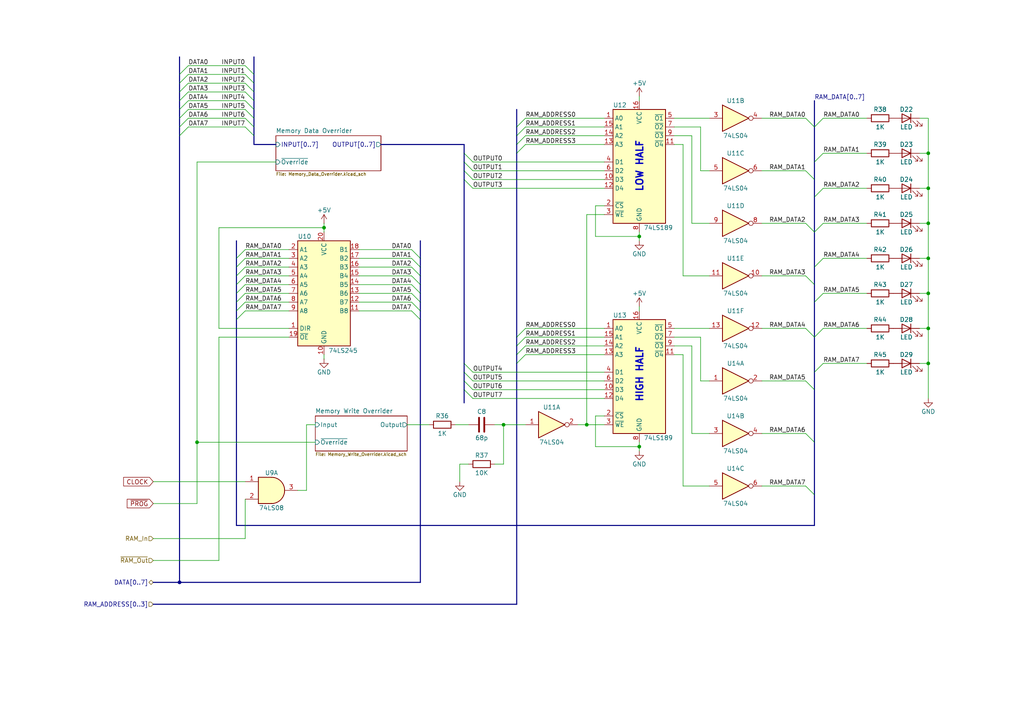
<source format=kicad_sch>
(kicad_sch (version 20231120) (generator "eeschema") (generator_version "8.0")
  (paper "A4")
  (title_block (title "8-Bit Computer - RAM Module") (date "2024-03-10") (rev "1") (comment 1 "Creator: Matan Brightbert"))
  (lib_symbols
    (symbol "74xx:74LS04"
      (property "Reference" "U" (at 0 1.27 0))
      (property "Value" "74LS04" (at 0 -1.27 0))
      (symbol "74LS04_1_0"
        (polyline (pts (xy -3.81 3.81) (xy -3.81 -3.81) (xy 3.81 0) (xy -3.81 3.81)) (stroke (width 0.254)) (fill (type background)))
        (pin input line (at -7.62 0 0) (length 3.81) (name "~") (number "1"))
        (pin output inverted (at 7.62 0 180) (length 3.81) (name "~") (number "2"))
      )
      (symbol "74LS04_2_0"
        (polyline (pts (xy -3.81 3.81) (xy -3.81 -3.81) (xy 3.81 0) (xy -3.81 3.81)) (stroke (width 0.254)) (fill (type background)))
        (pin input line (at -7.62 0 0) (length 3.81) (name "~") (number "3"))
        (pin output inverted (at 7.62 0 180) (length 3.81) (name "~") (number "4"))
      )
      (symbol "74LS04_3_0"
        (polyline (pts (xy -3.81 3.81) (xy -3.81 -3.81) (xy 3.81 0) (xy -3.81 3.81)) (stroke (width 0.254)) (fill (type background)))
        (pin input line (at -7.62 0 0) (length 3.81) (name "~") (number "5"))
        (pin output inverted (at 7.62 0 180) (length 3.81) (name "~") (number "6"))
      )
      (symbol "74LS04_4_0"
        (polyline (pts (xy -3.81 3.81) (xy -3.81 -3.81) (xy 3.81 0) (xy -3.81 3.81)) (stroke (width 0.254)) (fill (type background)))
        (pin output inverted (at 7.62 0 180) (length 3.81) (name "~") (number "8"))
        (pin input line (at -7.62 0 0) (length 3.81) (name "~") (number "9"))
      )
      (symbol "74LS04_5_0"
        (polyline (pts (xy -3.81 3.81) (xy -3.81 -3.81) (xy 3.81 0) (xy -3.81 3.81)) (stroke (width 0.254)) (fill (type background)))
        (pin output inverted (at 7.62 0 180) (length 3.81) (name "~") (number "10"))
        (pin input line (at -7.62 0 0) (length 3.81) (name "~") (number "11"))
      )
      (symbol "74LS04_6_0"
        (polyline (pts (xy -3.81 3.81) (xy -3.81 -3.81) (xy 3.81 0) (xy -3.81 3.81)) (stroke (width 0.254)) (fill (type background)))
        (pin output inverted (at 7.62 0 180) (length 3.81) (name "~") (number "12"))
        (pin input line (at -7.62 0 0) (length 3.81) (name "~") (number "13"))
      )
      (symbol "74LS04_7_0"
        (pin power_in line (at 0 12.7 270) (length 5.08) (name "VCC") (number "14"))
        (pin power_in line (at 0 -12.7 90) (length 5.08) (name "GND") (number "7"))
      )
      (symbol "74LS04_7_1"
        (rectangle (start -5.08 7.62) (end 5.08 -7.62) (stroke (width 0.254)) (fill (type background)))
      )
    )
    (symbol "74xx:74LS08" (pin_names (offset 1.016))
      (property "Reference" "U" (at 0 1.27 0))
      (property "Value" "74LS08" (at 0 -1.27 0))
      (symbol "74LS08_1_1"
        (arc (start 0 -3.81) (mid 3.7934 0) (end 0 3.81) (stroke (width 0.254)) (fill (type background)))
        (polyline (pts (xy 0 3.81) (xy -3.81 3.81) (xy -3.81 -3.81) (xy 0 -3.81)) (stroke (width 0.254)) (fill (type background)))
        (pin input line (at -7.62 2.54 0) (length 3.81) (name "~") (number "1"))
        (pin input line (at -7.62 -2.54 0) (length 3.81) (name "~") (number "2"))
        (pin output line (at 7.62 0 180) (length 3.81) (name "~") (number "3"))
      )
      (symbol "74LS08_1_2"
        (arc (start -3.81 -3.81) (mid -2.589 0) (end -3.81 3.81) (stroke (width 0.254)))
        (arc (start -0.6096 -3.81) (mid 2.1842 -2.5851) (end 3.81 0) (stroke (width 0.254)) (fill (type background)))
        (polyline (pts (xy -3.81 -3.81) (xy -0.635 -3.81)) (stroke (width 0.254)) (fill (type background)))
        (polyline (pts (xy -3.81 3.81) (xy -0.635 3.81)) (stroke (width 0.254)) (fill (type background)))
        (polyline (pts (xy -0.635 3.81) (xy -3.81 3.81) (xy -3.81 3.81) (xy -3.556 3.4036) (xy -3.0226 2.2606) (xy -2.6924 1.0414) (xy -2.6162 -0.254) (xy -2.7686 -1.4986) (xy -3.175 -2.7178) (xy -3.81 -3.81) (xy -3.81 -3.81) (xy -0.635 -3.81)) (stroke (width -25.4)) (fill (type background)))
        (arc (start 3.81 0) (mid 2.1915 2.5936) (end -0.6096 3.81) (stroke (width 0.254)) (fill (type background)))
        (pin input inverted (at -7.62 2.54 0) (length 4.318) (name "~") (number "1"))
        (pin input inverted (at -7.62 -2.54 0) (length 4.318) (name "~") (number "2"))
        (pin output inverted (at 7.62 0 180) (length 3.81) (name "~") (number "3"))
      )
      (symbol "74LS08_2_1"
        (arc (start 0 -3.81) (mid 3.7934 0) (end 0 3.81) (stroke (width 0.254)) (fill (type background)))
        (polyline (pts (xy 0 3.81) (xy -3.81 3.81) (xy -3.81 -3.81) (xy 0 -3.81)) (stroke (width 0.254)) (fill (type background)))
        (pin input line (at -7.62 2.54 0) (length 3.81) (name "~") (number "4"))
        (pin input line (at -7.62 -2.54 0) (length 3.81) (name "~") (number "5"))
        (pin output line (at 7.62 0 180) (length 3.81) (name "~") (number "6"))
      )
      (symbol "74LS08_2_2"
        (arc (start -3.81 -3.81) (mid -2.589 0) (end -3.81 3.81) (stroke (width 0.254)))
        (arc (start -0.6096 -3.81) (mid 2.1842 -2.5851) (end 3.81 0) (stroke (width 0.254)) (fill (type background)))
        (polyline (pts (xy -3.81 -3.81) (xy -0.635 -3.81)) (stroke (width 0.254)) (fill (type background)))
        (polyline (pts (xy -3.81 3.81) (xy -0.635 3.81)) (stroke (width 0.254)) (fill (type background)))
        (polyline (pts (xy -0.635 3.81) (xy -3.81 3.81) (xy -3.81 3.81) (xy -3.556 3.4036) (xy -3.0226 2.2606) (xy -2.6924 1.0414) (xy -2.6162 -0.254) (xy -2.7686 -1.4986) (xy -3.175 -2.7178) (xy -3.81 -3.81) (xy -3.81 -3.81) (xy -0.635 -3.81)) (stroke (width -25.4)) (fill (type background)))
        (arc (start 3.81 0) (mid 2.1915 2.5936) (end -0.6096 3.81) (stroke (width 0.254)) (fill (type background)))
        (pin input inverted (at -7.62 2.54 0) (length 4.318) (name "~") (number "4"))
        (pin input inverted (at -7.62 -2.54 0) (length 4.318) (name "~") (number "5"))
        (pin output inverted (at 7.62 0 180) (length 3.81) (name "~") (number "6"))
      )
      (symbol "74LS08_3_1"
        (arc (start 0 -3.81) (mid 3.7934 0) (end 0 3.81) (stroke (width 0.254)) (fill (type background)))
        (polyline (pts (xy 0 3.81) (xy -3.81 3.81) (xy -3.81 -3.81) (xy 0 -3.81)) (stroke (width 0.254)) (fill (type background)))
        (pin input line (at -7.62 -2.54 0) (length 3.81) (name "~") (number "10"))
        (pin output line (at 7.62 0 180) (length 3.81) (name "~") (number "8"))
        (pin input line (at -7.62 2.54 0) (length 3.81) (name "~") (number "9"))
      )
      (symbol "74LS08_3_2"
        (arc (start -3.81 -3.81) (mid -2.589 0) (end -3.81 3.81) (stroke (width 0.254)))
        (arc (start -0.6096 -3.81) (mid 2.1842 -2.5851) (end 3.81 0) (stroke (width 0.254)) (fill (type background)))
        (polyline (pts (xy -3.81 -3.81) (xy -0.635 -3.81)) (stroke (width 0.254)) (fill (type background)))
        (polyline (pts (xy -3.81 3.81) (xy -0.635 3.81)) (stroke (width 0.254)) (fill (type background)))
        (polyline (pts (xy -0.635 3.81) (xy -3.81 3.81) (xy -3.81 3.81) (xy -3.556 3.4036) (xy -3.0226 2.2606) (xy -2.6924 1.0414) (xy -2.6162 -0.254) (xy -2.7686 -1.4986) (xy -3.175 -2.7178) (xy -3.81 -3.81) (xy -3.81 -3.81) (xy -0.635 -3.81)) (stroke (width -25.4)) (fill (type background)))
        (arc (start 3.81 0) (mid 2.1915 2.5936) (end -0.6096 3.81) (stroke (width 0.254)) (fill (type background)))
        (pin input inverted (at -7.62 -2.54 0) (length 4.318) (name "~") (number "10"))
        (pin output inverted (at 7.62 0 180) (length 3.81) (name "~") (number "8"))
        (pin input inverted (at -7.62 2.54 0) (length 4.318) (name "~") (number "9"))
      )
      (symbol "74LS08_4_1"
        (arc (start 0 -3.81) (mid 3.7934 0) (end 0 3.81) (stroke (width 0.254)) (fill (type background)))
        (polyline (pts (xy 0 3.81) (xy -3.81 3.81) (xy -3.81 -3.81) (xy 0 -3.81)) (stroke (width 0.254)) (fill (type background)))
        (pin output line (at 7.62 0 180) (length 3.81) (name "~") (number "11"))
        (pin input line (at -7.62 2.54 0) (length 3.81) (name "~") (number "12"))
        (pin input line (at -7.62 -2.54 0) (length 3.81) (name "~") (number "13"))
      )
      (symbol "74LS08_4_2"
        (arc (start -3.81 -3.81) (mid -2.589 0) (end -3.81 3.81) (stroke (width 0.254)))
        (arc (start -0.6096 -3.81) (mid 2.1842 -2.5851) (end 3.81 0) (stroke (width 0.254)) (fill (type background)))
        (polyline (pts (xy -3.81 -3.81) (xy -0.635 -3.81)) (stroke (width 0.254)) (fill (type background)))
        (polyline (pts (xy -3.81 3.81) (xy -0.635 3.81)) (stroke (width 0.254)) (fill (type background)))
        (polyline (pts (xy -0.635 3.81) (xy -3.81 3.81) (xy -3.81 3.81) (xy -3.556 3.4036) (xy -3.0226 2.2606) (xy -2.6924 1.0414) (xy -2.6162 -0.254) (xy -2.7686 -1.4986) (xy -3.175 -2.7178) (xy -3.81 -3.81) (xy -3.81 -3.81) (xy -0.635 -3.81)) (stroke (width -25.4)) (fill (type background)))
        (arc (start 3.81 0) (mid 2.1915 2.5936) (end -0.6096 3.81) (stroke (width 0.254)) (fill (type background)))
        (pin output inverted (at 7.62 0 180) (length 3.81) (name "~") (number "11"))
        (pin input inverted (at -7.62 2.54 0) (length 4.318) (name "~") (number "12"))
        (pin input inverted (at -7.62 -2.54 0) (length 4.318) (name "~") (number "13"))
      )
      (symbol "74LS08_5_0"
        (pin power_in line (at 0 12.7 270) (length 5.08) (name "VCC") (number "14"))
        (pin power_in line (at 0 -12.7 90) (length 5.08) (name "GND") (number "7"))
      )
      (symbol "74LS08_5_1"
        (rectangle (start -5.08 7.62) (end 5.08 -7.62) (stroke (width 0.254)) (fill (type background)))
      )
    )
    (symbol "Custom:74LS189"
      (property "Reference" "U" (at -7.62 17.78 0))
      (property "Value" "74LS189" (at 1.27 -17.78 0))
      (symbol "74LS189_0_1"
        (rectangle (start -7.62 16.51) (end 7.62 -16.51) (stroke (width 0.254)) (fill (type background)))
      )
      (symbol "74LS189_1_1"
        (pin input line (at -10.16 13.97 0) (length 2.54) (name "A0") (number "1"))
        (pin input line (at -10.16 -3.81 0) (length 2.54) (name "D3") (number "10"))
        (pin tri_state line (at 10.16 6.35 180) (length 2.54) (name "~{O4}") (number "11"))
        (pin input line (at -10.16 -6.35 0) (length 2.54) (name "D4") (number "12"))
        (pin input line (at -10.16 6.35 0) (length 2.54) (name "A3") (number "13"))
        (pin input line (at -10.16 8.89 0) (length 2.54) (name "A2") (number "14"))
        (pin input line (at -10.16 11.43 0) (length 2.54) (name "A1") (number "15"))
        (pin power_in line (at 0 19.05 270) (length 2.54) (name "VCC") (number "16"))
        (pin input line (at -10.16 -11.43 0) (length 2.54) (name "~{CS}") (number "2"))
        (pin input line (at -10.16 -13.97 0) (length 2.54) (name "~{WE}") (number "3"))
        (pin input line (at -10.16 1.27 0) (length 2.54) (name "D1") (number "4"))
        (pin tri_state line (at 10.16 13.97 180) (length 2.54) (name "~{O1}") (number "5"))
        (pin input line (at -10.16 -1.27 0) (length 2.54) (name "D2") (number "6"))
        (pin tri_state line (at 10.16 11.43 180) (length 2.54) (name "~{O2}") (number "7"))
        (pin power_in line (at 0 -19.05 90) (length 2.54) (name "GND") (number "8"))
        (pin tri_state line (at 10.16 8.89 180) (length 2.54) (name "~{O3}") (number "9"))
      )
    )
    (symbol "Custom:74LS245"
      (property "Reference" "U" (at -7.62 16.51 0))
      (property "Value" "74LS245" (at 1.27 -16.51 0))
      (symbol "74LS245_0_1"
        (rectangle (start -7.62 15.24) (end 7.62 -15.24) (stroke (width 0.254)) (fill (type background)))
      )
      (symbol "74LS245_1_1"
        (pin input line (at -10.16 -10.16 0) (length 2.54) (name "DIR") (number "1"))
        (pin power_in line (at 0 -17.78 90) (length 2.54) (name "GND") (number "10"))
        (pin bidirectional line (at 10.16 -5.08 180) (length 2.54) (name "B8") (number "11"))
        (pin bidirectional line (at 10.16 -2.54 180) (length 2.54) (name "B7") (number "12"))
        (pin bidirectional line (at 10.16 0 180) (length 2.54) (name "B6") (number "13"))
        (pin bidirectional line (at 10.16 2.54 180) (length 2.54) (name "B5") (number "14"))
        (pin bidirectional line (at 10.16 5.08 180) (length 2.54) (name "B4") (number "15"))
        (pin bidirectional line (at 10.16 7.62 180) (length 2.54) (name "B3") (number "16"))
        (pin bidirectional line (at 10.16 10.16 180) (length 2.54) (name "B2") (number "17"))
        (pin bidirectional line (at 10.16 12.7 180) (length 2.54) (name "B1") (number "18"))
        (pin input line (at -10.16 -12.7 0) (length 2.54) (name "~{OE}") (number "19"))
        (pin bidirectional line (at -10.16 12.7 0) (length 2.54) (name "A1") (number "2"))
        (pin power_in line (at 0 17.78 270) (length 2.54) (name "VCC") (number "20"))
        (pin bidirectional line (at -10.16 10.16 0) (length 2.54) (name "A2") (number "3"))
        (pin bidirectional line (at -10.16 7.62 0) (length 2.54) (name "A3") (number "4"))
        (pin bidirectional line (at -10.16 5.08 0) (length 2.54) (name "A4") (number "5"))
        (pin bidirectional line (at -10.16 2.54 0) (length 2.54) (name "A5") (number "6"))
        (pin bidirectional line (at -10.16 0 0) (length 2.54) (name "A6") (number "7"))
        (pin bidirectional line (at -10.16 -2.54 0) (length 2.54) (name "A7") (number "8"))
        (pin bidirectional line (at -10.16 -5.08 0) (length 2.54) (name "A8") (number "9"))
      )
    )
    (symbol "Device:C" (pin_numbers hide) (pin_names (offset 0.254))
      (property "Reference" "C" (at 0.635 2.54 0))
      (property "Value" "C" (at 0.635 -2.54 0))
      (symbol "C_0_1"
        (polyline (pts (xy -2.032 -0.762) (xy 2.032 -0.762)) (stroke (width 0.508)))
        (polyline (pts (xy -2.032 0.762) (xy 2.032 0.762)) (stroke (width 0.508)))
      )
      (symbol "C_1_1"
        (pin passive line (at 0 3.81 270) (length 2.794) (name "~") (number "1"))
        (pin passive line (at 0 -3.81 90) (length 2.794) (name "~") (number "2"))
      )
    )
    (symbol "Device:LED" (pin_numbers hide) (pin_names (offset 1.016) hide)
      (property "Reference" "D" (at 0 2.54 0))
      (property "Value" "LED" (at 0 -2.54 0))
      (symbol "LED_0_1"
        (polyline (pts (xy -1.27 -1.27) (xy -1.27 1.27)) (stroke (width 0.254)))
        (polyline (pts (xy -1.27 0) (xy 1.27 0)))
        (polyline (pts (xy 1.27 -1.27) (xy 1.27 1.27) (xy -1.27 0) (xy 1.27 -1.27)) (stroke (width 0.254)))
        (polyline (pts (xy -3.048 -0.762) (xy -4.572 -2.286) (xy -3.81 -2.286) (xy -4.572 -2.286) (xy -4.572 -1.524)))
        (polyline (pts (xy -1.778 -0.762) (xy -3.302 -2.286) (xy -2.54 -2.286) (xy -3.302 -2.286) (xy -3.302 -1.524)))
      )
      (symbol "LED_1_1"
        (pin passive line (at -3.81 0 0) (length 2.54) (name "K") (number "1"))
        (pin passive line (at 3.81 0 180) (length 2.54) (name "A") (number "2"))
      )
    )
    (symbol "Device:R" (pin_numbers hide) (pin_names (offset 0))
      (property "Reference" "R" (at 2.032 0 90))
      (property "Value" "R" (at 0 0 90))
      (symbol "R_0_1"
        (rectangle (start -1.016 -2.54) (end 1.016 2.54) (stroke (width 0.254)))
      )
      (symbol "R_1_1"
        (pin passive line (at 0 3.81 270) (length 1.27) (name "~") (number "1"))
        (pin passive line (at 0 -3.81 90) (length 1.27) (name "~") (number "2"))
      )
    )
    (symbol "power:+5V" (power) (pin_numbers hide) (pin_names (offset 0) hide)
      (property "Value" "+5V" (at 0 3.556 0))
      (symbol "+5V_0_1"
        (polyline (pts (xy -0.762 1.27) (xy 0 2.54)))
        (polyline (pts (xy 0 0) (xy 0 2.54)))
        (polyline (pts (xy 0 2.54) (xy 0.762 1.27)))
      )
      (symbol "+5V_1_1"
        (pin power_in line (at 0 0 90) (length 0) (name "~") (number "1"))
      )
    )
    (symbol "power:GND" (power) (pin_numbers hide) (pin_names (offset 0) hide)
      (property "Value" "GND" (at 0 -3.81 0))
      (symbol "GND_0_1"
        (polyline (pts (xy 0 0) (xy 0 -1.27) (xy 1.27 -1.27) (xy 0 -2.54) (xy -1.27 -1.27) (xy 0 -1.27)))
      )
      (symbol "GND_1_1"
        (pin power_in line (at 0 0 270) (length 0) (name "~") (number "1"))
      )
    )
  )
  (junction (at 52.07 168.91))
  (junction (at 269.24 44.45))
  (junction (at 57.15 128.27))
  (junction (at 269.24 95.25))
  (junction (at 269.24 85.09))
  (junction (at 93.98 66.04))
  (junction (at 269.24 105.41))
  (junction (at 269.24 54.61))
  (junction (at 269.24 64.77))
  (junction (at 185.42 68.58))
  (junction (at 170.18 123.19))
  (junction (at 146.05 123.19))
  (junction (at 185.42 129.54))
  (junction (at 269.24 74.93))
  (bus_entry (at 119.38 74.93) (size 2.54 2.54))
  (bus_entry (at 54.61 26.67) (size -2.54 2.54))
  (bus_entry (at 71.12 82.55) (size -2.54 2.54))
  (bus_entry (at 71.12 26.67) (size 2.54 2.54))
  (bus_entry (at 152.4 100.33) (size -2.54 2.54))
  (bus_entry (at 233.68 125.73) (size 2.54 2.54))
  (bus_entry (at 152.4 34.29) (size -2.54 2.54))
  (bus_entry (at 71.12 19.05) (size 2.54 2.54))
  (bus_entry (at 238.76 74.93) (size -2.54 2.54))
  (bus_entry (at 71.12 90.17) (size -2.54 2.54))
  (bus_entry (at 233.68 95.25) (size 2.54 2.54))
  (bus_entry (at 71.12 87.63) (size -2.54 2.54))
  (bus_entry (at 233.68 80.01) (size 2.54 2.54))
  (bus_entry (at 54.61 29.21) (size -2.54 2.54))
  (bus_entry (at 54.61 21.59) (size -2.54 2.54))
  (bus_entry (at 134.62 105.41) (size 2.54 2.54))
  (bus_entry (at 152.4 102.87) (size -2.54 2.54))
  (bus_entry (at 119.38 90.17) (size 2.54 2.54))
  (bus_entry (at 152.4 95.25) (size -2.54 2.54))
  (bus_entry (at 152.4 36.83) (size -2.54 2.54))
  (bus_entry (at 119.38 85.09) (size 2.54 2.54))
  (bus_entry (at 71.12 34.29) (size 2.54 2.54))
  (bus_entry (at 134.62 49.53) (size 2.54 2.54))
  (bus_entry (at 134.62 113.03) (size 2.54 2.54))
  (bus_entry (at 71.12 72.39) (size -2.54 2.54))
  (bus_entry (at 233.68 64.77) (size 2.54 2.54))
  (bus_entry (at 238.76 64.77) (size -2.54 2.54))
  (bus_entry (at 238.76 54.61) (size -2.54 2.54))
  (bus_entry (at 233.68 49.53) (size 2.54 2.54))
  (bus_entry (at 71.12 24.13) (size 2.54 2.54))
  (bus_entry (at 134.62 46.99) (size 2.54 2.54))
  (bus_entry (at 233.68 110.49) (size 2.54 2.54))
  (bus_entry (at 71.12 31.75) (size 2.54 2.54))
  (bus_entry (at 71.12 85.09) (size -2.54 2.54))
  (bus_entry (at 54.61 34.29) (size -2.54 2.54))
  (bus_entry (at 71.12 29.21) (size 2.54 2.54))
  (bus_entry (at 238.76 34.29) (size -2.54 2.54))
  (bus_entry (at 152.4 41.91) (size -2.54 2.54))
  (bus_entry (at 134.62 52.07) (size 2.54 2.54))
  (bus_entry (at 152.4 97.79) (size -2.54 2.54))
  (bus_entry (at 119.38 77.47) (size 2.54 2.54))
  (bus_entry (at 71.12 74.93) (size -2.54 2.54))
  (bus_entry (at 119.38 82.55) (size 2.54 2.54))
  (bus_entry (at 238.76 85.09) (size -2.54 2.54))
  (bus_entry (at 134.62 110.49) (size 2.54 2.54))
  (bus_entry (at 71.12 36.83) (size 2.54 2.54))
  (bus_entry (at 134.62 107.95) (size 2.54 2.54))
  (bus_entry (at 119.38 72.39) (size 2.54 2.54))
  (bus_entry (at 119.38 87.63) (size 2.54 2.54))
  (bus_entry (at 71.12 80.01) (size -2.54 2.54))
  (bus_entry (at 238.76 95.25) (size -2.54 2.54))
  (bus_entry (at 134.62 44.45) (size 2.54 2.54))
  (bus_entry (at 119.38 80.01) (size 2.54 2.54))
  (bus_entry (at 71.12 77.47) (size -2.54 2.54))
  (bus_entry (at 152.4 39.37) (size -2.54 2.54))
  (bus_entry (at 233.68 140.97) (size 2.54 2.54))
  (bus_entry (at 54.61 24.13) (size -2.54 2.54))
  (bus_entry (at 238.76 44.45) (size -2.54 2.54))
  (bus_entry (at 238.76 105.41) (size -2.54 2.54))
  (bus_entry (at 233.68 34.29) (size 2.54 2.54))
  (bus_entry (at 54.61 36.83) (size -2.54 2.54))
  (bus_entry (at 71.12 21.59) (size 2.54 2.54))
  (bus_entry (at 54.61 19.05) (size -2.54 2.54))
  (bus_entry (at 54.61 31.75) (size -2.54 2.54))
  (bus (pts (xy 52.07 24.13) (xy 52.07 26.67)))
  (wire (pts (xy 175.26 62.23) (xy 170.18 62.23)))
  (wire (pts (xy 220.98 95.25) (xy 233.68 95.25)))
  (wire (pts (xy 83.82 97.79) (xy 63.5 97.79)))
  (wire (pts (xy 54.61 26.67) (xy 71.12 26.67)))
  (bus (pts (xy 236.22 97.79) (xy 236.22 107.95)))
  (wire (pts (xy 251.46 64.77) (xy 238.76 64.77)))
  (bus (pts (xy 149.86 41.91) (xy 149.86 44.45)))
  (wire (pts (xy 251.46 74.93) (xy 238.76 74.93)))
  (wire (pts (xy 146.05 123.19) (xy 146.05 134.62)))
  (wire (pts (xy 203.2 49.53) (xy 205.74 49.53)))
  (bus (pts (xy 68.58 82.55) (xy 68.58 85.09)))
  (bus (pts (xy 52.07 29.21) (xy 52.07 31.75)))
  (wire (pts (xy 251.46 105.41) (xy 238.76 105.41)))
  (wire (pts (xy 152.4 34.29) (xy 175.26 34.29)))
  (wire (pts (xy 93.98 104.14) (xy 93.98 102.87)))
  (wire (pts (xy 104.14 72.39) (xy 119.38 72.39)))
  (wire (pts (xy 200.66 39.37) (xy 200.66 64.77)))
  (wire (pts (xy 44.45 146.05) (xy 57.15 146.05)))
  (bus (pts (xy 73.66 41.91) (xy 80.01 41.91)))
  (wire (pts (xy 172.72 120.65) (xy 172.72 129.54)))
  (wire (pts (xy 152.4 39.37) (xy 175.26 39.37)))
  (wire (pts (xy 269.24 105.41) (xy 269.24 115.57)))
  (wire (pts (xy 251.46 85.09) (xy 238.76 85.09)))
  (wire (pts (xy 54.61 24.13) (xy 71.12 24.13)))
  (bus (pts (xy 68.58 87.63) (xy 68.58 90.17)))
  (wire (pts (xy 200.66 64.77) (xy 205.74 64.77)))
  (wire (pts (xy 195.58 41.91) (xy 198.12 41.91)))
  (bus (pts (xy 73.66 31.75) (xy 73.66 34.29)))
  (bus (pts (xy 68.58 90.17) (xy 68.58 92.71)))
  (bus (pts (xy 121.92 85.09) (xy 121.92 87.63)))
  (bus (pts (xy 149.86 100.33) (xy 149.86 102.87)))
  (bus (pts (xy 149.86 44.45) (xy 149.86 97.79)))
  (bus (pts (xy 134.62 110.49) (xy 134.62 113.03)))
  (wire (pts (xy 118.11 123.19) (xy 124.46 123.19)))
  (wire (pts (xy 220.98 125.73) (xy 233.68 125.73)))
  (wire (pts (xy 195.58 36.83) (xy 203.2 36.83)))
  (wire (pts (xy 269.24 34.29) (xy 269.24 44.45)))
  (wire (pts (xy 88.9 142.24) (xy 86.36 142.24)))
  (wire (pts (xy 198.12 102.87) (xy 198.12 140.97)))
  (wire (pts (xy 175.26 59.69) (xy 172.72 59.69)))
  (wire (pts (xy 170.18 123.19) (xy 175.26 123.19)))
  (wire (pts (xy 135.89 134.62) (xy 133.35 134.62)))
  (wire (pts (xy 269.24 44.45) (xy 266.7 44.45)))
  (wire (pts (xy 133.35 134.62) (xy 133.35 139.7)))
  (bus (pts (xy 236.22 36.83) (xy 236.22 46.99)))
  (wire (pts (xy 152.4 102.87) (xy 175.26 102.87)))
  (wire (pts (xy 63.5 162.56) (xy 44.45 162.56)))
  (wire (pts (xy 152.4 97.79) (xy 175.26 97.79)))
  (bus (pts (xy 134.62 113.03) (xy 134.62 116.84)))
  (wire (pts (xy 203.2 36.83) (xy 203.2 49.53)))
  (wire (pts (xy 104.14 90.17) (xy 119.38 90.17)))
  (wire (pts (xy 185.42 68.58) (xy 185.42 67.31)))
  (bus (pts (xy 73.66 24.13) (xy 73.66 26.67)))
  (bus (pts (xy 236.22 46.99) (xy 236.22 52.07)))
  (wire (pts (xy 152.4 100.33) (xy 175.26 100.33)))
  (wire (pts (xy 152.4 36.83) (xy 175.26 36.83)))
  (bus (pts (xy 110.49 41.91) (xy 134.62 41.91)))
  (wire (pts (xy 185.42 129.54) (xy 185.42 128.27)))
  (bus (pts (xy 236.22 87.63) (xy 236.22 97.79)))
  (bus (pts (xy 52.07 21.59) (xy 52.07 24.13)))
  (wire (pts (xy 198.12 140.97) (xy 205.74 140.97)))
  (bus (pts (xy 134.62 41.91) (xy 134.62 44.45)))
  (wire (pts (xy 175.26 120.65) (xy 172.72 120.65)))
  (wire (pts (xy 195.58 102.87) (xy 198.12 102.87)))
  (wire (pts (xy 198.12 41.91) (xy 198.12 80.01)))
  (wire (pts (xy 220.98 140.97) (xy 233.68 140.97)))
  (bus (pts (xy 121.92 82.55) (xy 121.92 85.09)))
  (wire (pts (xy 57.15 46.99) (xy 80.01 46.99)))
  (wire (pts (xy 269.24 74.93) (xy 269.24 85.09)))
  (bus (pts (xy 73.66 26.67) (xy 73.66 29.21)))
  (wire (pts (xy 83.82 80.01) (xy 71.12 80.01)))
  (bus (pts (xy 44.45 168.91) (xy 52.07 168.91)))
  (wire (pts (xy 54.61 29.21) (xy 71.12 29.21)))
  (bus (pts (xy 134.62 107.95) (xy 134.62 110.49)))
  (wire (pts (xy 54.61 34.29) (xy 71.12 34.29)))
  (wire (pts (xy 170.18 62.23) (xy 170.18 123.19)))
  (wire (pts (xy 83.82 77.47) (xy 71.12 77.47)))
  (bus (pts (xy 121.92 77.47) (xy 121.92 80.01)))
  (wire (pts (xy 203.2 110.49) (xy 205.74 110.49)))
  (wire (pts (xy 167.64 123.19) (xy 170.18 123.19)))
  (wire (pts (xy 54.61 31.75) (xy 71.12 31.75)))
  (wire (pts (xy 91.44 123.19) (xy 88.9 123.19)))
  (wire (pts (xy 137.16 107.95) (xy 175.26 107.95)))
  (wire (pts (xy 195.58 100.33) (xy 200.66 100.33)))
  (bus (pts (xy 236.22 77.47) (xy 236.22 82.55)))
  (bus (pts (xy 236.22 67.31) (xy 236.22 77.47)))
  (bus (pts (xy 149.86 39.37) (xy 149.86 41.91)))
  (wire (pts (xy 269.24 85.09) (xy 266.7 85.09)))
  (wire (pts (xy 104.14 85.09) (xy 119.38 85.09)))
  (wire (pts (xy 54.61 19.05) (xy 71.12 19.05)))
  (wire (pts (xy 185.42 27.94) (xy 185.42 29.21)))
  (wire (pts (xy 57.15 128.27) (xy 91.44 128.27)))
  (bus (pts (xy 236.22 52.07) (xy 236.22 57.15)))
  (bus (pts (xy 73.66 21.59) (xy 73.66 24.13)))
  (wire (pts (xy 269.24 64.77) (xy 266.7 64.77)))
  (wire (pts (xy 44.45 156.21) (xy 71.12 156.21)))
  (bus (pts (xy 236.22 29.21) (xy 236.22 36.83)))
  (wire (pts (xy 266.7 74.93) (xy 269.24 74.93)))
  (wire (pts (xy 83.82 72.39) (xy 71.12 72.39)))
  (wire (pts (xy 152.4 95.25) (xy 175.26 95.25)))
  (wire (pts (xy 137.16 46.99) (xy 175.26 46.99)))
  (wire (pts (xy 269.24 95.25) (xy 266.7 95.25)))
  (wire (pts (xy 220.98 34.29) (xy 233.68 34.29)))
  (bus (pts (xy 68.58 92.71) (xy 68.58 152.4)))
  (wire (pts (xy 88.9 123.19) (xy 88.9 142.24)))
  (bus (pts (xy 73.66 36.83) (xy 73.66 39.37)))
  (wire (pts (xy 57.15 146.05) (xy 57.15 128.27)))
  (bus (pts (xy 121.92 92.71) (xy 121.92 168.91)))
  (wire (pts (xy 195.58 95.25) (xy 205.74 95.25)))
  (bus (pts (xy 68.58 69.85) (xy 68.58 74.93)))
  (wire (pts (xy 54.61 36.83) (xy 71.12 36.83)))
  (wire (pts (xy 104.14 74.93) (xy 119.38 74.93)))
  (wire (pts (xy 44.45 139.7) (xy 71.12 139.7)))
  (bus (pts (xy 73.66 16.51) (xy 73.66 21.59)))
  (bus (pts (xy 68.58 85.09) (xy 68.58 87.63)))
  (bus (pts (xy 134.62 52.07) (xy 134.62 105.41)))
  (bus (pts (xy 121.92 69.85) (xy 121.92 74.93)))
  (bus (pts (xy 52.07 34.29) (xy 52.07 36.83)))
  (bus (pts (xy 52.07 36.83) (xy 52.07 39.37)))
  (wire (pts (xy 200.66 125.73) (xy 205.74 125.73)))
  (bus (pts (xy 52.07 39.37) (xy 52.07 168.91)))
  (wire (pts (xy 137.16 115.57) (xy 175.26 115.57)))
  (wire (pts (xy 63.5 95.25) (xy 63.5 66.04)))
  (wire (pts (xy 104.14 87.63) (xy 119.38 87.63)))
  (wire (pts (xy 83.82 85.09) (xy 71.12 85.09)))
  (bus (pts (xy 52.07 31.75) (xy 52.07 34.29)))
  (wire (pts (xy 220.98 64.77) (xy 233.68 64.77)))
  (wire (pts (xy 266.7 34.29) (xy 269.24 34.29)))
  (bus (pts (xy 134.62 44.45) (xy 134.62 46.99)))
  (wire (pts (xy 251.46 95.25) (xy 238.76 95.25)))
  (bus (pts (xy 68.58 152.4) (xy 236.22 152.4)))
  (wire (pts (xy 137.16 52.07) (xy 175.26 52.07)))
  (bus (pts (xy 121.92 90.17) (xy 121.92 92.71)))
  (wire (pts (xy 137.16 113.03) (xy 175.26 113.03)))
  (wire (pts (xy 185.42 130.81) (xy 185.42 129.54)))
  (wire (pts (xy 251.46 34.29) (xy 238.76 34.29)))
  (bus (pts (xy 236.22 57.15) (xy 236.22 67.31)))
  (bus (pts (xy 121.92 87.63) (xy 121.92 90.17)))
  (bus (pts (xy 149.86 31.75) (xy 149.86 36.83)))
  (wire (pts (xy 220.98 80.01) (xy 233.68 80.01)))
  (wire (pts (xy 251.46 44.45) (xy 238.76 44.45)))
  (wire (pts (xy 185.42 69.85) (xy 185.42 68.58)))
  (wire (pts (xy 93.98 66.04) (xy 93.98 67.31)))
  (wire (pts (xy 195.58 97.79) (xy 203.2 97.79)))
  (bus (pts (xy 236.22 107.95) (xy 236.22 113.03)))
  (wire (pts (xy 104.14 77.47) (xy 119.38 77.47)))
  (wire (pts (xy 146.05 123.19) (xy 152.4 123.19)))
  (bus (pts (xy 149.86 97.79) (xy 149.86 100.33)))
  (bus (pts (xy 236.22 143.51) (xy 236.22 152.4)))
  (bus (pts (xy 73.66 29.21) (xy 73.66 31.75)))
  (wire (pts (xy 172.72 68.58) (xy 185.42 68.58)))
  (wire (pts (xy 269.24 54.61) (xy 266.7 54.61)))
  (bus (pts (xy 134.62 46.99) (xy 134.62 49.53)))
  (bus (pts (xy 52.07 16.51) (xy 52.07 21.59)))
  (bus (pts (xy 121.92 77.47) (xy 121.92 74.93)))
  (wire (pts (xy 251.46 54.61) (xy 238.76 54.61)))
  (wire (pts (xy 203.2 97.79) (xy 203.2 110.49)))
  (wire (pts (xy 143.51 123.19) (xy 146.05 123.19)))
  (wire (pts (xy 83.82 90.17) (xy 71.12 90.17)))
  (wire (pts (xy 269.24 44.45) (xy 269.24 54.61)))
  (wire (pts (xy 137.16 54.61) (xy 175.26 54.61)))
  (wire (pts (xy 135.89 123.19) (xy 132.08 123.19)))
  (wire (pts (xy 93.98 64.77) (xy 93.98 66.04)))
  (bus (pts (xy 236.22 82.55) (xy 236.22 87.63)))
  (wire (pts (xy 200.66 100.33) (xy 200.66 125.73)))
  (bus (pts (xy 68.58 77.47) (xy 68.58 80.01)))
  (bus (pts (xy 44.45 175.26) (xy 149.86 175.26)))
  (wire (pts (xy 269.24 95.25) (xy 269.24 105.41)))
  (wire (pts (xy 104.14 80.01) (xy 119.38 80.01)))
  (wire (pts (xy 220.98 49.53) (xy 233.68 49.53)))
  (bus (pts (xy 68.58 74.93) (xy 68.58 77.47)))
  (wire (pts (xy 83.82 87.63) (xy 71.12 87.63)))
  (wire (pts (xy 143.51 134.62) (xy 146.05 134.62)))
  (wire (pts (xy 63.5 66.04) (xy 93.98 66.04)))
  (bus (pts (xy 149.86 36.83) (xy 149.86 39.37)))
  (wire (pts (xy 195.58 34.29) (xy 205.74 34.29)))
  (wire (pts (xy 269.24 64.77) (xy 269.24 74.93)))
  (wire (pts (xy 269.24 54.61) (xy 269.24 64.77)))
  (wire (pts (xy 83.82 95.25) (xy 63.5 95.25)))
  (wire (pts (xy 198.12 80.01) (xy 205.74 80.01)))
  (bus (pts (xy 149.86 102.87) (xy 149.86 105.41)))
  (wire (pts (xy 104.14 82.55) (xy 119.38 82.55)))
  (wire (pts (xy 57.15 46.99) (xy 57.15 128.27)))
  (bus (pts (xy 73.66 34.29) (xy 73.66 36.83)))
  (wire (pts (xy 137.16 49.53) (xy 175.26 49.53)))
  (bus (pts (xy 134.62 49.53) (xy 134.62 52.07)))
  (wire (pts (xy 83.82 82.55) (xy 71.12 82.55)))
  (bus (pts (xy 121.92 80.01) (xy 121.92 82.55)))
  (wire (pts (xy 269.24 85.09) (xy 269.24 95.25)))
  (bus (pts (xy 52.07 26.67) (xy 52.07 29.21)))
  (wire (pts (xy 54.61 21.59) (xy 71.12 21.59)))
  (bus (pts (xy 52.07 168.91) (xy 121.92 168.91)))
  (bus (pts (xy 68.58 80.01) (xy 68.58 82.55)))
  (wire (pts (xy 152.4 41.91) (xy 175.26 41.91)))
  (bus (pts (xy 73.66 39.37) (xy 73.66 41.91)))
  (bus (pts (xy 134.62 105.41) (xy 134.62 107.95)))
  (wire (pts (xy 83.82 74.93) (xy 71.12 74.93)))
  (bus (pts (xy 236.22 128.27) (xy 236.22 143.51)))
  (wire (pts (xy 71.12 144.78) (xy 71.12 156.21)))
  (wire (pts (xy 172.72 129.54) (xy 185.42 129.54)))
  (wire (pts (xy 220.98 110.49) (xy 233.68 110.49)))
  (wire (pts (xy 63.5 97.79) (xy 63.5 162.56)))
  (wire (pts (xy 137.16 110.49) (xy 175.26 110.49)))
  (bus (pts (xy 236.22 113.03) (xy 236.22 128.27)))
  (wire (pts (xy 195.58 39.37) (xy 200.66 39.37)))
  (bus (pts (xy 149.86 105.41) (xy 149.86 175.26)))
  (wire (pts (xy 172.72 59.69) (xy 172.72 68.58)))
  (wire (pts (xy 185.42 88.9) (xy 185.42 90.17)))
  (wire (pts (xy 269.24 105.41) (xy 266.7 105.41)))
  (text "LOW HALF" (at 186.69 55.88 90) (effects (font (size 2 2) (thickness 0.4) (bold yes)) (justify left bottom)))
  (text "HIGH HALF" (at 186.69 116.84 90) (effects (font (size 2 2) (thickness 0.4) (bold yes)) (justify left bottom)))
  (label "DATA7" (at 54.61 36.83 0))
  (label "RAM_DATA3" (at 71.12 80.01 0))
  (label "DATA2" (at 54.61 24.13 0))
  (label "RAM_DATA6" (at 233.68 125.73 180))
  (label "DATA7" (at 119.38 90.17 180))
  (label "DATA5" (at 54.61 31.75 0))
  (label "INPUT3" (at 71.12 26.67 180))
  (label "RAM_DATA0" (at 233.68 34.29 180))
  (label "DATA1" (at 54.61 21.59 0))
  (label "RAM_DATA1" (at 238.76 44.45 0))
  (label "OUTPUT5" (at 137.16 110.49 0))
  (label "DATA4" (at 119.38 82.55 180))
  (label "INPUT0" (at 71.12 19.05 180))
  (label "OUTPUT0" (at 137.16 46.99 0))
  (label "RAM_DATA7" (at 71.12 90.17 0))
  (label "DATA6" (at 119.38 87.63 180))
  (label "RAM_ADDRESS1" (at 152.4 36.83 0))
  (label "RAM_DATA5" (at 238.76 85.09 0))
  (label "RAM_DATA5" (at 233.68 110.49 180))
  (label "OUTPUT1" (at 137.16 49.53 0))
  (label "INPUT7" (at 71.12 36.83 180))
  (label "RAM_DATA2" (at 233.68 64.77 180))
  (label "DATA3" (at 54.61 26.67 0))
  (label "OUTPUT6" (at 137.16 113.03 0))
  (label "RAM_ADDRESS3" (at 152.4 102.87 0))
  (label "RAM_DATA6" (at 71.12 87.63 0))
  (label "RAM_ADDRESS2" (at 152.4 39.37 0))
  (label "RAM_DATA1" (at 233.68 49.53 180))
  (label "RAM_DATA[0..7]" (at 236.22 29.21 0))
  (label "DATA6" (at 54.61 34.29 0))
  (label "RAM_DATA2" (at 238.76 54.61 0))
  (label "RAM_DATA1" (at 71.12 74.93 0))
  (label "DATA2" (at 119.38 77.47 180))
  (label "RAM_DATA2" (at 71.12 77.47 0))
  (label "OUTPUT3" (at 137.16 54.61 0))
  (label "RAM_DATA7" (at 233.68 140.97 180))
  (label "RAM_ADDRESS1" (at 152.4 97.79 0))
  (label "DATA3" (at 119.38 80.01 180))
  (label "RAM_ADDRESS2" (at 152.4 100.33 0))
  (label "INPUT4" (at 71.12 29.21 180))
  (label "DATA5" (at 119.38 85.09 180))
  (label "DATA4" (at 54.61 29.21 0))
  (label "RAM_DATA6" (at 238.76 95.25 0))
  (label "RAM_DATA5" (at 71.12 85.09 0))
  (label "DATA0" (at 119.38 72.39 180))
  (label "INPUT6" (at 71.12 34.29 180))
  (label "DATA0" (at 54.61 19.05 0))
  (label "RAM_DATA3" (at 233.68 80.01 180))
  (label "RAM_DATA3" (at 238.76 64.77 0))
  (label "RAM_DATA4" (at 238.76 74.93 0))
  (label "RAM_DATA7" (at 238.76 105.41 0))
  (label "OUTPUT7" (at 137.16 115.57 0))
  (label "DATA1" (at 119.38 74.93 180))
  (label "RAM_DATA4" (at 233.68 95.25 180))
  (label "INPUT2" (at 71.12 24.13 180))
  (label "RAM_ADDRESS3" (at 152.4 41.91 0))
  (label "RAM_ADDRESS0" (at 152.4 95.25 0))
  (label "INPUT5" (at 71.12 31.75 180))
  (label "OUTPUT4" (at 137.16 107.95 0))
  (label "RAM_DATA0" (at 238.76 34.29 0))
  (label "RAM_DATA4" (at 71.12 82.55 0))
  (label "OUTPUT2" (at 137.16 52.07 0))
  (label "RAM_ADDRESS0" (at 152.4 34.29 0))
  (label "RAM_DATA0" (at 71.12 72.39 0))
  (label "INPUT1" (at 71.12 21.59 180))
  (global_label "~{PROG}" (shape input) (at 44.45 146.05 180) (property "Intersheetrefs" "${INTERSHEET_REFS}" (effects (hide yes))))
  (global_label "CLOCK" (shape input) (at 44.45 139.7 180) (property "Intersheetrefs" "${INTERSHEET_REFS}" (effects (hide yes))))
  (hierarchical_label "RAM_In" (shape input) (at 44.45 156.21 180))
  (hierarchical_label "RAM_ADDRESS[0..3]" (shape input) (at 44.45 175.26 180))
  (hierarchical_label "DATA[0..7]" (shape bidirectional) (at 44.45 168.91 180))
  (hierarchical_label "~{RAM_Out}" (shape input) (at 44.45 162.56 180))
  (symbol (lib_id "power:GND") (at 269.24 115.57 0) (unit 1)
    (property "Reference" "#PWR032" (effects (hide yes)))
    (property "Value" "GND" (at 269.24 119.38 0))
    (property "Description" "Power symbol creates a global label with name \"GND\" , ground" (effects (hide yes)))
  )
  (symbol (lib_id "74xx:74LS04") (at 213.36 49.53 0) (unit 3)
    (property "Reference" "U11" (at 213.36 44.45 0))
    (property "Value" "74LS04" (at 213.36 54.61 0))
    (property "Footprint" "Package_DIP:DIP-14_W7.62mm" (effects (hide yes)))
    (property "Datasheet" "http://www.ti.com/lit/gpn/sn74LS04" (effects (hide yes)))
    (property "Description" "Hex Inverter" (effects (hide yes)))
  )
  (symbol (lib_id "74xx:74LS04") (at 213.36 110.49 0) (unit 1)
    (property "Reference" "U14" (at 213.36 105.41 0))
    (property "Value" "74LS04" (at 213.36 115.57 0))
    (property "Footprint" "Package_DIP:DIP-14_W7.62mm" (effects (hide yes)))
    (property "Datasheet" "http://www.ti.com/lit/gpn/sn74LS04" (effects (hide yes)))
    (property "Description" "Hex Inverter" (effects (hide yes)))
  )
  (symbol (lib_id "Device:R") (at 128.27 123.19 90) (unit 1)
    (property "Reference" "R36" (at 128.27 120.65 90))
    (property "Value" "1K" (at 128.27 125.73 90))
    (property "Footprint" "Resistor_THT:R_Axial_DIN0207_L6.3mm_D2.5mm_P7.62mm_Horizontal" (effects (hide yes)))
    (property "Description" "Resistor" (effects (hide yes)))
  )
  (symbol (lib_id "Device:R") (at 255.27 95.25 90) (unit 1)
    (property "Reference" "R44" (at 255.27 92.71 90))
    (property "Value" "1K" (at 255.27 97.79 90))
    (property "Footprint" "Resistor_THT:R_Axial_DIN0207_L6.3mm_D2.5mm_P7.62mm_Horizontal" (effects (hide yes)))
    (property "Description" "Resistor" (effects (hide yes)))
  )
  (symbol (lib_id "Device:LED") (at 262.89 44.45 0) (mirror y) (unit 1)
    (property "Reference" "D23" (at 262.89 41.91 0))
    (property "Value" "LED" (at 262.89 46.99 0))
    (property "Footprint" "LED_THT:LED_D3.0mm" (effects (hide yes)))
    (property "Description" "Light emitting diode" (effects (hide yes)))
  )
  (symbol (lib_id "power:+5V") (at 185.42 27.94 0) (unit 1)
    (property "Reference" "#PWR028" (effects (hide yes)))
    (property "Value" "+5V" (at 185.42 24.13 0))
    (property "Description" "Power symbol creates a global label with name \"+5V\"" (effects (hide yes)))
  )
  (symbol (lib_id "74xx:74LS04") (at 213.36 34.29 0) (unit 2)
    (property "Reference" "U11" (at 213.36 29.21 0))
    (property "Value" "74LS04" (at 213.36 39.37 0))
    (property "Footprint" "Package_DIP:DIP-14_W7.62mm" (effects (hide yes)))
    (property "Datasheet" "http://www.ti.com/lit/gpn/sn74LS04" (effects (hide yes)))
    (property "Description" "Hex Inverter" (effects (hide yes)))
  )
  (symbol (lib_id "Device:LED") (at 262.89 85.09 0) (mirror y) (unit 1)
    (property "Reference" "D27" (at 262.89 82.55 0))
    (property "Value" "LED" (at 262.89 87.63 0))
    (property "Footprint" "LED_THT:LED_D3.0mm" (effects (hide yes)))
    (property "Description" "Light emitting diode" (effects (hide yes)))
  )
  (symbol (lib_id "Device:LED") (at 262.89 34.29 0) (mirror y) (unit 1)
    (property "Reference" "D22" (at 262.89 31.75 0))
    (property "Value" "LED" (at 262.89 36.83 0))
    (property "Footprint" "LED_THT:LED_D3.0mm" (effects (hide yes)))
    (property "Description" "Light emitting diode" (effects (hide yes)))
  )
  (symbol (lib_id "Device:R") (at 255.27 105.41 90) (unit 1)
    (property "Reference" "R45" (at 255.27 102.87 90))
    (property "Value" "1K" (at 255.27 107.95 90))
    (property "Footprint" "Resistor_THT:R_Axial_DIN0207_L6.3mm_D2.5mm_P7.62mm_Horizontal" (effects (hide yes)))
    (property "Description" "Resistor" (effects (hide yes)))
  )
  (symbol (lib_id "Device:LED") (at 262.89 74.93 0) (mirror y) (unit 1)
    (property "Reference" "D26" (at 262.89 72.39 0))
    (property "Value" "LED" (at 262.89 77.47 0))
    (property "Footprint" "LED_THT:LED_D3.0mm" (effects (hide yes)))
    (property "Description" "Light emitting diode" (effects (hide yes)))
  )
  (symbol (lib_id "power:+5V") (at 185.42 88.9 0) (unit 1)
    (property "Reference" "#PWR030" (effects (hide yes)))
    (property "Value" "+5V" (at 185.42 85.09 0))
    (property "Description" "Power symbol creates a global label with name \"+5V\"" (effects (hide yes)))
  )
  (symbol (lib_id "Device:R") (at 255.27 74.93 90) (unit 1)
    (property "Reference" "R42" (at 255.27 72.39 90))
    (property "Value" "1K" (at 255.27 77.47 90))
    (property "Footprint" "Resistor_THT:R_Axial_DIN0207_L6.3mm_D2.5mm_P7.62mm_Horizontal" (effects (hide yes)))
    (property "Description" "Resistor" (effects (hide yes)))
  )
  (symbol (lib_id "Device:R") (at 255.27 54.61 90) (unit 1)
    (property "Reference" "R40" (at 255.27 52.07 90))
    (property "Value" "1K" (at 255.27 57.15 90))
    (property "Footprint" "Resistor_THT:R_Axial_DIN0207_L6.3mm_D2.5mm_P7.62mm_Horizontal" (effects (hide yes)))
    (property "Description" "Resistor" (effects (hide yes)))
  )
  (symbol (lib_id "74xx:74LS04") (at 213.36 80.01 0) (unit 5)
    (property "Reference" "U11" (at 213.36 74.93 0))
    (property "Value" "74LS04" (at 213.36 85.09 0))
    (property "Footprint" "Package_DIP:DIP-14_W7.62mm" (effects (hide yes)))
    (property "Datasheet" "http://www.ti.com/lit/gpn/sn74LS04" (effects (hide yes)))
    (property "Description" "Hex Inverter" (effects (hide yes)))
  )
  (symbol (lib_id "power:+5V") (at 93.98 64.77 0) (unit 1)
    (property "Reference" "#PWR025" (effects (hide yes)))
    (property "Value" "+5V" (at 93.98 60.96 0))
    (property "Description" "Power symbol creates a global label with name \"+5V\"" (effects (hide yes)))
  )
  (symbol (lib_id "74xx:74LS08") (at 78.74 142.24 0) (unit 1)
    (property "Reference" "U9" (at 78.74 137.16 0))
    (property "Value" "74LS08" (at 78.74 147.32 0))
    (property "Footprint" "Package_DIP:DIP-14_W7.62mm" (effects (hide yes)))
    (property "Datasheet" "http://www.ti.com/lit/gpn/sn74LS08" (effects (hide yes)))
    (property "Description" "Quad And2" (effects (hide yes)))
  )
  (symbol (lib_id "Device:R") (at 255.27 34.29 90) (unit 1)
    (property "Reference" "R38" (at 255.27 31.75 90))
    (property "Value" "1K" (at 255.27 36.83 90))
    (property "Footprint" "Resistor_THT:R_Axial_DIN0207_L6.3mm_D2.5mm_P7.62mm_Horizontal" (effects (hide yes)))
    (property "Description" "Resistor" (effects (hide yes)))
  )
  (symbol (lib_id "Device:R") (at 255.27 85.09 90) (unit 1)
    (property "Reference" "R43" (at 255.27 82.55 90))
    (property "Value" "1K" (at 255.27 87.63 90))
    (property "Footprint" "Resistor_THT:R_Axial_DIN0207_L6.3mm_D2.5mm_P7.62mm_Horizontal" (effects (hide yes)))
    (property "Description" "Resistor" (effects (hide yes)))
  )
  (symbol (lib_id "Device:LED") (at 262.89 54.61 0) (mirror y) (unit 1)
    (property "Reference" "D24" (at 262.89 52.07 0))
    (property "Value" "LED" (at 262.89 57.15 0))
    (property "Footprint" "LED_THT:LED_D3.0mm" (effects (hide yes)))
    (property "Description" "Light emitting diode" (effects (hide yes)))
  )
  (symbol (lib_id "Device:LED") (at 262.89 64.77 0) (mirror y) (unit 1)
    (property "Reference" "D25" (at 262.89 62.23 0))
    (property "Value" "LED" (at 262.89 67.31 0))
    (property "Footprint" "LED_THT:LED_D3.0mm" (effects (hide yes)))
    (property "Description" "Light emitting diode" (effects (hide yes)))
  )
  (symbol (lib_id "Custom:74LS245") (at 93.98 85.09 0) (unit 1)
    (property "Reference" "U10" (at 86.36 68.58 0) (effects (justify left)))
    (property "Value" "74LS245" (at 95.25 100.965 0) (effects (justify left top)))
    (property "Footprint" "Package_DIP:DIP-20_W7.62mm" (effects (hide yes)))
  )
  (symbol (lib_id "power:GND") (at 185.42 69.85 0) (unit 1)
    (property "Reference" "#PWR029" (effects (hide yes)))
    (property "Value" "GND" (at 185.42 73.66 0))
    (property "Description" "Power symbol creates a global label with name \"GND\" , ground" (effects (hide yes)))
  )
  (symbol (lib_id "Custom:74LS189") (at 185.42 109.22 0) (unit 1)
    (property "Reference" "U13" (at 177.8 91.44 0) (effects (justify left)))
    (property "Value" "74LS189" (at 186.69 127 0) (effects (justify left)))
    (property "Footprint" "Package_DIP:DIP-16_W7.62mm" (effects (hide yes)))
  )
  (symbol (lib_id "Device:R") (at 255.27 44.45 90) (unit 1)
    (property "Reference" "R39" (at 255.27 41.91 90))
    (property "Value" "1K" (at 255.27 46.99 90))
    (property "Footprint" "Resistor_THT:R_Axial_DIN0207_L6.3mm_D2.5mm_P7.62mm_Horizontal" (effects (hide yes)))
    (property "Description" "Resistor" (effects (hide yes)))
  )
  (symbol (lib_id "Custom:74LS189") (at 185.42 48.26 0) (unit 1)
    (property "Reference" "U12" (at 177.8 30.48 0) (effects (justify left)))
    (property "Value" "74LS189" (at 186.69 66.04 0) (effects (justify left)))
    (property "Footprint" "Package_DIP:DIP-16_W7.62mm" (effects (hide yes)))
  )
  (symbol (lib_id "74xx:74LS04") (at 213.36 64.77 0) (unit 4)
    (property "Reference" "U11" (at 213.36 59.69 0))
    (property "Value" "74LS04" (at 213.36 69.85 0))
    (property "Footprint" "Package_DIP:DIP-14_W7.62mm" (effects (hide yes)))
    (property "Datasheet" "http://www.ti.com/lit/gpn/sn74LS04" (effects (hide yes)))
    (property "Description" "Hex Inverter" (effects (hide yes)))
  )
  (symbol (lib_id "Device:R") (at 139.7 134.62 90) (unit 1)
    (property "Reference" "R37" (at 139.7 132.08 90))
    (property "Value" "10K" (at 139.7 137.16 90))
    (property "Footprint" "Resistor_THT:R_Axial_DIN0207_L6.3mm_D2.5mm_P7.62mm_Horizontal" (effects (hide yes)))
    (property "Description" "Resistor" (effects (hide yes)))
  )
  (symbol (lib_id "power:GND") (at 133.35 139.7 0) (unit 1)
    (property "Reference" "#PWR027" (effects (hide yes)))
    (property "Value" "GND" (at 133.35 143.51 0))
    (property "Description" "Power symbol creates a global label with name \"GND\" , ground" (effects (hide yes)))
  )
  (symbol (lib_id "power:GND") (at 185.42 130.81 0) (unit 1)
    (property "Reference" "#PWR031" (effects (hide yes)))
    (property "Value" "GND" (at 185.42 134.62 0))
    (property "Description" "Power symbol creates a global label with name \"GND\" , ground" (effects (hide yes)))
  )
  (symbol (lib_id "74xx:74LS04") (at 213.36 125.73 0) (unit 2)
    (property "Reference" "U14" (at 213.36 120.65 0))
    (property "Value" "74LS04" (at 213.36 130.81 0))
    (property "Footprint" "Package_DIP:DIP-14_W7.62mm" (effects (hide yes)))
    (property "Datasheet" "http://www.ti.com/lit/gpn/sn74LS04" (effects (hide yes)))
    (property "Description" "Hex Inverter" (effects (hide yes)))
  )
  (symbol (lib_id "74xx:74LS04") (at 213.36 140.97 0) (unit 3)
    (property "Reference" "U14" (at 213.36 135.89 0))
    (property "Value" "74LS04" (at 213.36 146.05 0))
    (property "Footprint" "Package_DIP:DIP-14_W7.62mm" (effects (hide yes)))
    (property "Datasheet" "http://www.ti.com/lit/gpn/sn74LS04" (effects (hide yes)))
    (property "Description" "Hex Inverter" (effects (hide yes)))
  )
  (symbol (lib_id "74xx:74LS04") (at 213.36 95.25 0) (unit 6)
    (property "Reference" "U11" (at 213.36 90.17 0))
    (property "Value" "74LS04" (at 213.36 100.33 0))
    (property "Footprint" "Package_DIP:DIP-14_W7.62mm" (effects (hide yes)))
    (property "Datasheet" "http://www.ti.com/lit/gpn/sn74LS04" (effects (hide yes)))
    (property "Description" "Hex Inverter" (effects (hide yes)))
  )
  (symbol (lib_id "Device:R") (at 255.27 64.77 90) (unit 1)
    (property "Reference" "R41" (at 255.27 62.23 90))
    (property "Value" "1K" (at 255.27 67.31 90))
    (property "Footprint" "Resistor_THT:R_Axial_DIN0207_L6.3mm_D2.5mm_P7.62mm_Horizontal" (effects (hide yes)))
    (property "Description" "Resistor" (effects (hide yes)))
  )
  (symbol (lib_id "74xx:74LS04") (at 160.02 123.19 0) (unit 1)
    (property "Reference" "U11" (at 160.02 118.11 0))
    (property "Value" "74LS04" (at 160.02 128.27 0))
    (property "Footprint" "Package_DIP:DIP-14_W7.62mm" (effects (hide yes)))
    (property "Datasheet" "http://www.ti.com/lit/gpn/sn74LS04" (effects (hide yes)))
    (property "Description" "Hex Inverter" (effects (hide yes)))
  )
  (symbol (lib_id "Device:LED") (at 262.89 95.25 0) (mirror y) (unit 1)
    (property "Reference" "D28" (at 262.89 92.71 0))
    (property "Value" "LED" (at 262.89 97.79 0))
    (property "Footprint" "LED_THT:LED_D3.0mm" (effects (hide yes)))
    (property "Description" "Light emitting diode" (effects (hide yes)))
  )
  (symbol (lib_id "Device:C") (at 139.7 123.19 90) (unit 1)
    (property "Reference" "C8" (at 139.7 119.38 90))
    (property "Value" "68p" (at 139.7 127 90))
    (property "Footprint" "Capacitor_THT:C_Disc_D5.1mm_W3.2mm_P5.00mm" (effects (hide yes)))
    (property "Description" "Unpolarized capacitor" (effects (hide yes)))
  )
  (symbol (lib_id "power:GND") (at 93.98 104.14 0) (unit 1)
    (property "Reference" "#PWR026" (effects (hide yes)))
    (property "Value" "GND" (at 93.98 107.95 0))
    (property "Description" "Power symbol creates a global label with name \"GND\" , ground" (effects (hide yes)))
  )
  (symbol (lib_id "Device:LED") (at 262.89 105.41 0) (mirror y) (unit 1)
    (property "Reference" "D29" (at 262.89 102.87 0))
    (property "Value" "LED" (at 262.89 107.95 0))
    (property "Footprint" "LED_THT:LED_D3.0mm" (effects (hide yes)))
    (property "Description" "Light emitting diode" (effects (hide yes)))
  )
  (sheet (at 80.01 39.37) (size 30.48 10.16) (stroke (width 0.1524))
    (property "Sheetname" "Memory Data Overrider" (at 80.01 38.6584 0) (effects (justify left bottom)))
    (property "Sheetfile" "Memory_Data_Overrider.kicad_sch" (at 80.01 49.9666 0) (effects (font (size 0.9 0.9)) (justify left top)))
    (pin "OUTPUT[0..7]" output (at 110.49 41.91 0))
    (pin "INPUT[0..7]" input (at 80.01 41.91 180))
    (pin "~{Override}" input (at 80.01 46.99 180))
  )
  (sheet (at 91.44 120.65) (size 26.67 10.16) (stroke (width 0.1524))
    (property "Sheetname" "Memory Write Overrider" (at 91.44 119.9384 0) (effects (justify left bottom)))
    (property "Sheetfile" "Memory_Write_Overrider.kicad_sch" (at 91.44 131.2466 0) (effects (font (size 0.9 0.9)) (justify left top)))
    (pin "Input" input (at 91.44 123.19 180))
    (pin "~{Override}" input (at 91.44 128.27 180))
    (pin "Output" output (at 118.11 123.19 0))
  )
)
</source>
